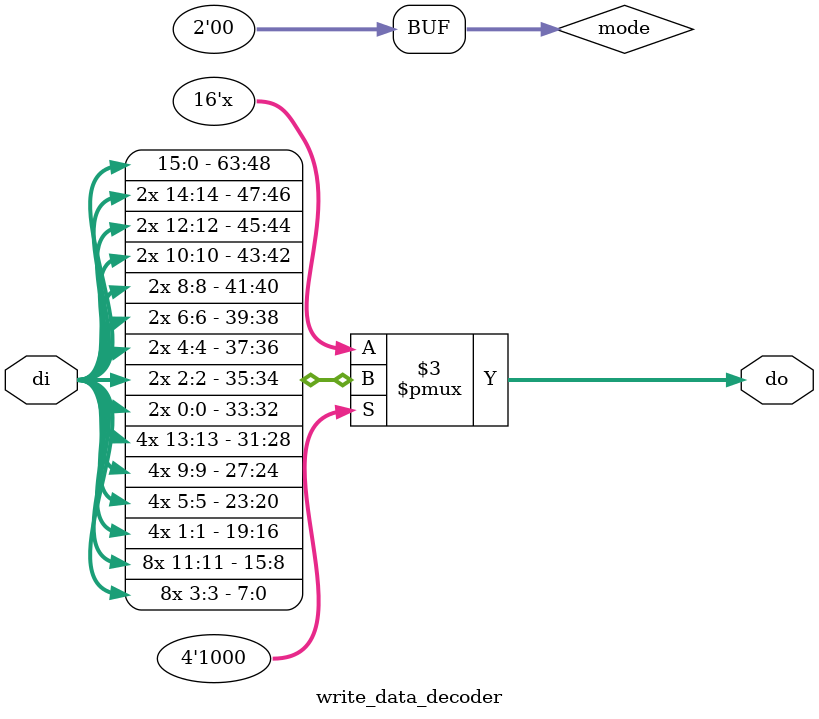
<source format=v>
`timescale 1ps/1ps
module write_data_decoder (
	di,
	do
);

parameter WRITE_MODE = 0;

input [15:0] di;
output [15:0] do;

reg [15:0] do;


reg [1:0]mode;

initial 
begin
	if(WRITE_MODE == 0)
		mode = 2'b00;
	else if(WRITE_MODE == 1)
		mode = 2'b01;
	else if(WRITE_MODE == 2)
		mode = 2'b10;
	else if(WRITE_MODE == 3)
		mode = 2'b11;
	else
	begin
		$display (" SBT ERROR :  Unknown RAM WRITE MODE\n");
		$display (" Valid Modes are : 0, 1, 2, 3\n");
		//$display (" 0 -- 256X16 mode \n 1-- 512X8 mode \n 2 -- 1024X4 mode \n 3 -- 2048X2  mode \n");
		$finish;
	end
end

always @(mode, di )
begin
	case(mode)
		2'b00: do = di;
		2'b01: do = {di[14],di[14],di[12],di[12],di[10],di[10],di[8],di[8],di[6],di[6],di[4],di[4],di[2],di[2],di[0],di[0]};
		2'b10: do = {di[13],di[13],di[13],di[13],di[9],di[9],di[9],di[9],di[5],di[5],di[5],di[5],di[1],di[1],di[1],di[1]};
		2'b11: do = {di[11],di[11],di[11],di[11],di[11],di[11],di[11],di[11],di[3],di[3],di[3],di[3],di[3],di[3],di[3],di[3]};
	endcase
end

endmodule  // write_data_decoder

</source>
